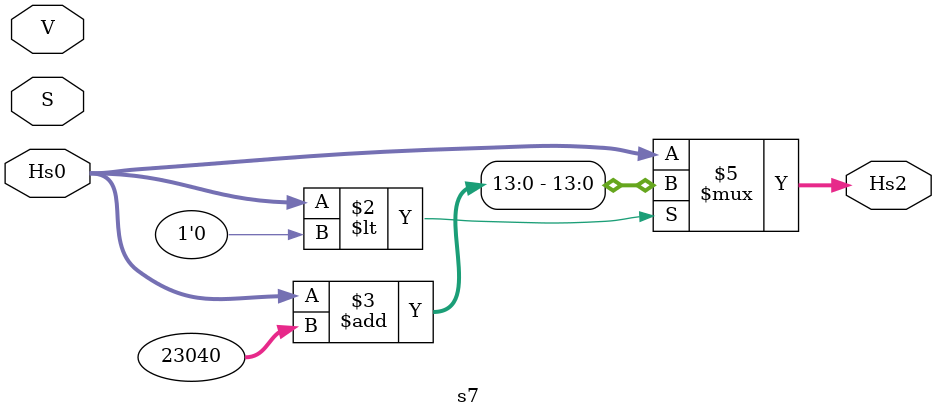
<source format=v>
module s7(
    input [13:0] Hs0,S,V,
    output reg [13:0] Hs2  
);

always @(Hs0,S,V) begin
    if (Hs0 < 1'd0)
        Hs2 <= Hs0 + (360 << 6'd6);
    else
        Hs2 <= Hs0;
end
endmodule
</source>
